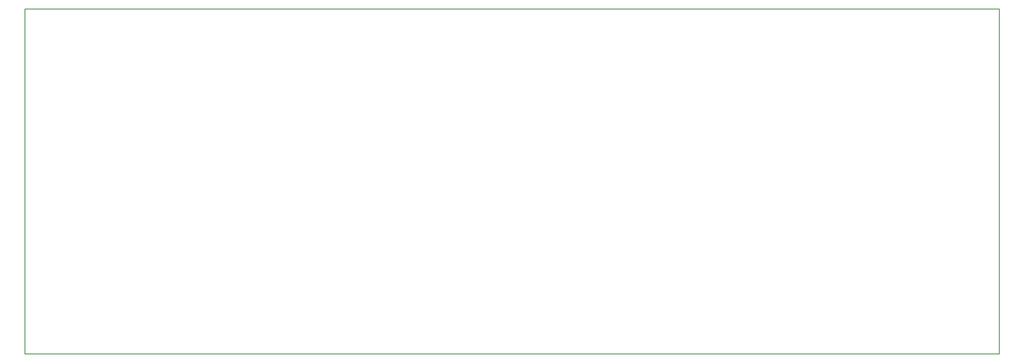
<source format=gko>
G04 ---------------------------- Layer name :KeepOutLayer*
G04 EasyEDA v5.4.12, Fri, 01 Jun 2018 01:53:27 GMT*
G04 b752a15d14d94793b98c049bcf485ef1*
G04 Gerber Generator version 0.2*
G04 Scale: 100 percent, Rotated: No, Reflected: No *
G04 Dimensions in millimeters *
G04 leading zeros omitted , absolute positions ,3 integer and 3 decimal *
%FSLAX33Y33*%
%MOMM*%
G90*
G71D02*

%ADD10C,0.254000*%
G54D10*
G01X0Y104999D02*
G01X295998Y104999D01*
G01X295997Y105002D02*
G01X295997Y0D01*
G01X295998Y0D02*
G01X0Y0D01*
G01X0Y0D02*
G01X0Y105002D01*

%LPD*%
M00*
M02*

</source>
